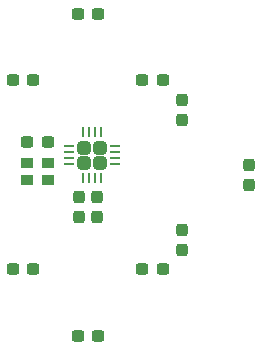
<source format=gbr>
%TF.GenerationSoftware,KiCad,Pcbnew,6.0.10-86aedd382b~118~ubuntu22.04.1*%
%TF.CreationDate,2023-04-06T19:24:04+02:00*%
%TF.ProjectId,donttouchit,646f6e74-746f-4756-9368-69742e6b6963,rev?*%
%TF.SameCoordinates,Original*%
%TF.FileFunction,Paste,Top*%
%TF.FilePolarity,Positive*%
%FSLAX46Y46*%
G04 Gerber Fmt 4.6, Leading zero omitted, Abs format (unit mm)*
G04 Created by KiCad (PCBNEW 6.0.10-86aedd382b~118~ubuntu22.04.1) date 2023-04-06 19:24:04*
%MOMM*%
%LPD*%
G01*
G04 APERTURE LIST*
G04 Aperture macros list*
%AMRoundRect*
0 Rectangle with rounded corners*
0 $1 Rounding radius*
0 $2 $3 $4 $5 $6 $7 $8 $9 X,Y pos of 4 corners*
0 Add a 4 corners polygon primitive as box body*
4,1,4,$2,$3,$4,$5,$6,$7,$8,$9,$2,$3,0*
0 Add four circle primitives for the rounded corners*
1,1,$1+$1,$2,$3*
1,1,$1+$1,$4,$5*
1,1,$1+$1,$6,$7*
1,1,$1+$1,$8,$9*
0 Add four rect primitives between the rounded corners*
20,1,$1+$1,$2,$3,$4,$5,0*
20,1,$1+$1,$4,$5,$6,$7,0*
20,1,$1+$1,$6,$7,$8,$9,0*
20,1,$1+$1,$8,$9,$2,$3,0*%
G04 Aperture macros list end*
%ADD10RoundRect,0.237500X-0.300000X-0.237500X0.300000X-0.237500X0.300000X0.237500X-0.300000X0.237500X0*%
%ADD11RoundRect,0.062500X-0.062500X-0.375000X0.062500X-0.375000X0.062500X0.375000X-0.062500X0.375000X0*%
%ADD12RoundRect,0.062500X-0.375000X-0.062500X0.375000X-0.062500X0.375000X0.062500X-0.375000X0.062500X0*%
%ADD13RoundRect,0.250000X-0.315000X-0.315000X0.315000X-0.315000X0.315000X0.315000X-0.315000X0.315000X0*%
%ADD14R,1.050000X0.950000*%
%ADD15RoundRect,0.237500X0.300000X0.237500X-0.300000X0.237500X-0.300000X-0.237500X0.300000X-0.237500X0*%
%ADD16RoundRect,0.237500X-0.237500X0.300000X-0.237500X-0.300000X0.237500X-0.300000X0.237500X0.300000X0*%
%ADD17RoundRect,0.237500X0.237500X-0.300000X0.237500X0.300000X-0.237500X0.300000X-0.237500X-0.300000X0*%
G04 APERTURE END LIST*
D10*
%TO.C,C5*%
X148137500Y-90500000D03*
X149862500Y-90500000D03*
%TD*%
D11*
%TO.C,U1*%
X143100000Y-78912500D03*
X143600000Y-78912500D03*
X144100000Y-78912500D03*
X144600000Y-78912500D03*
D12*
X145787500Y-80100000D03*
X145787500Y-80600000D03*
X145787500Y-81100000D03*
X145787500Y-81600000D03*
D11*
X144600000Y-82787500D03*
X144100000Y-82787500D03*
X143600000Y-82787500D03*
X143100000Y-82787500D03*
D12*
X141912500Y-81600000D03*
X141912500Y-81100000D03*
X141912500Y-80600000D03*
X141912500Y-80100000D03*
D13*
X144500000Y-80200000D03*
X143200000Y-80200000D03*
X144500000Y-81500000D03*
X143200000Y-81500000D03*
%TD*%
D10*
%TO.C,C3*%
X144362500Y-68850000D03*
X142637500Y-68850000D03*
%TD*%
D14*
%TO.C,XT1*%
X138325000Y-82975000D03*
X140175000Y-82975000D03*
X140175000Y-81525000D03*
X138325000Y-81525000D03*
%TD*%
D15*
%TO.C,C1*%
X144362500Y-96150000D03*
X142637500Y-96150000D03*
%TD*%
%TO.C,C10*%
X137137500Y-74500000D03*
X138862500Y-74500000D03*
%TD*%
D16*
%TO.C,C6*%
X151500000Y-87137500D03*
X151500000Y-88862500D03*
%TD*%
%TO.C,C2*%
X157150000Y-81637500D03*
X157150000Y-83362500D03*
%TD*%
D15*
%TO.C,C4*%
X138862500Y-90500000D03*
X137137500Y-90500000D03*
%TD*%
D10*
%TO.C,C8*%
X148137500Y-74500000D03*
X149862500Y-74500000D03*
%TD*%
D16*
%TO.C,C11*%
X144250000Y-86112500D03*
X144250000Y-84387500D03*
%TD*%
D10*
%TO.C,C9*%
X138387500Y-79750000D03*
X140112500Y-79750000D03*
%TD*%
D17*
%TO.C,C7*%
X151500000Y-77862500D03*
X151500000Y-76137500D03*
%TD*%
D16*
%TO.C,C12*%
X142750000Y-84387500D03*
X142750000Y-86112500D03*
%TD*%
M02*

</source>
